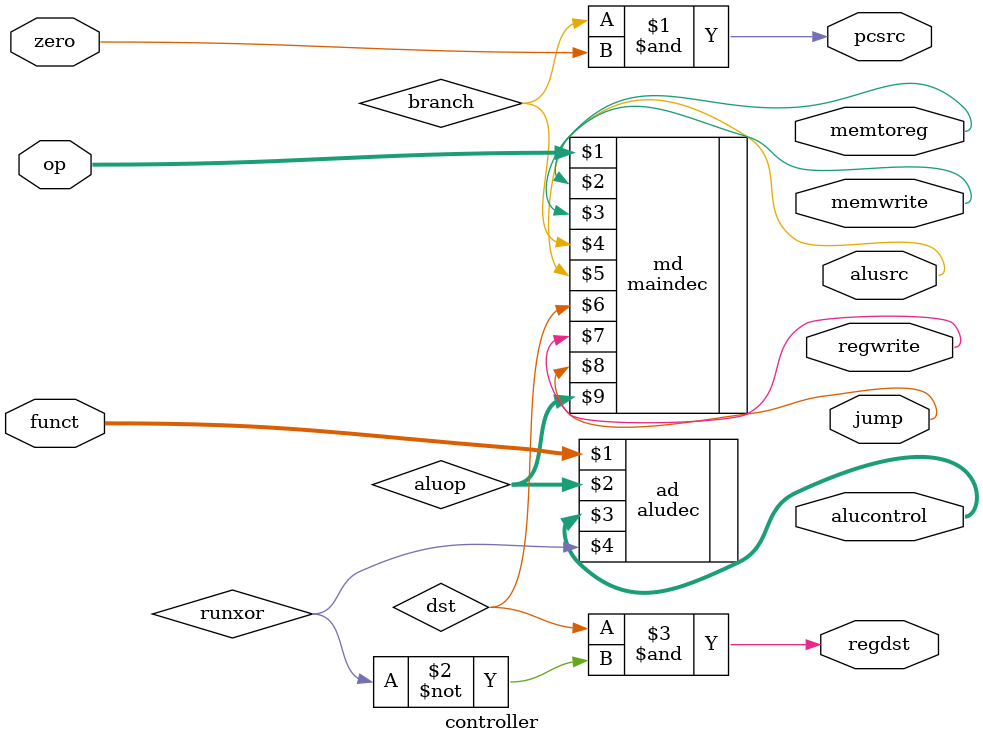
<source format=sv>
`timescale 1ns / 1ps
module controller(input  logic [5:0] op, funct,
                  input  logic       zero,
                  output logic       memtoreg, memwrite,
                  output logic       pcsrc, alusrc,
                  output logic       regdst, regwrite,
                  output logic       jump,
                  output logic [3:0] alucontrol);

  logic [2:0] aluop;
  logic       branch;
  logic       dst;
  
  maindec md(op, memtoreg, memwrite, branch,
             alusrc, dst, regwrite, jump, aluop);
  aludec  ad(funct, aluop, alucontrol, runxor);

  assign pcsrc = branch & zero;
  assign regdst = dst & ~runxor;
endmodule
</source>
